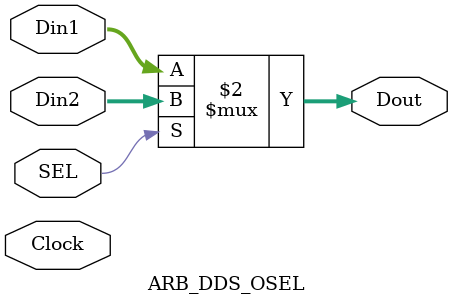
<source format=v>
`timescale	1ns/1ps

module	ARB_DDS_OSEL(Dout, Din1, Din2, SEL, Clock)	;

output	[15:0]	Dout	;
//reg	[15:0]	Dout	;

input	[15:0]	Din1, Din2	;
wire	[15:0]	Din1, Din2	;

input	SEL	;
wire	SEL	;

input	Clock	;
wire	Clock	;
wire [15:0]	Dout;
assign Dout=(SEL == 1'b1)? Din2:Din1;
/*
always	@(posedge	Clock)
	begin
		if ( SEL == 1'b1 )
			begin
				Dout <= Din2	;
			end
		else 
			begin
				Dout <= Din1	;
			end
	end
*/
endmodule


</source>
